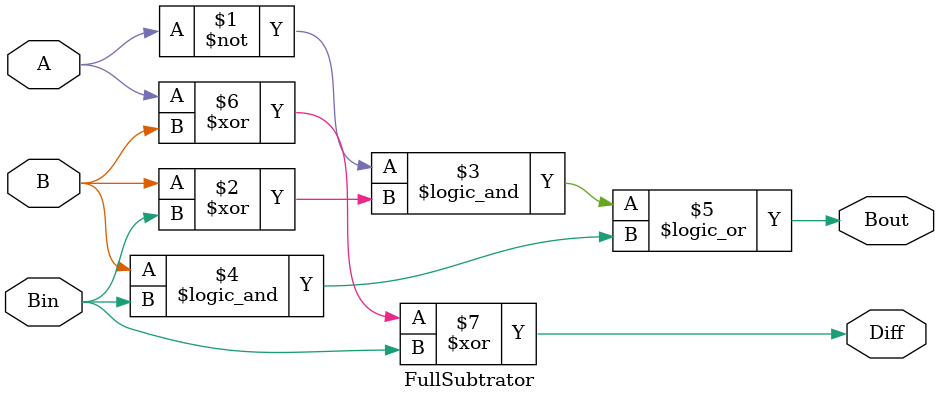
<source format=v>
module FullSubtrator(A, B, Bin, Diff, Bout);
    output Diff, Bout;
    input A, B, Bin;

    assign Bout = ((~A) && (B ^ Bin) ) || (B && Bin);
    assign Diff = A ^ B ^ Bin;
endmodule

</source>
